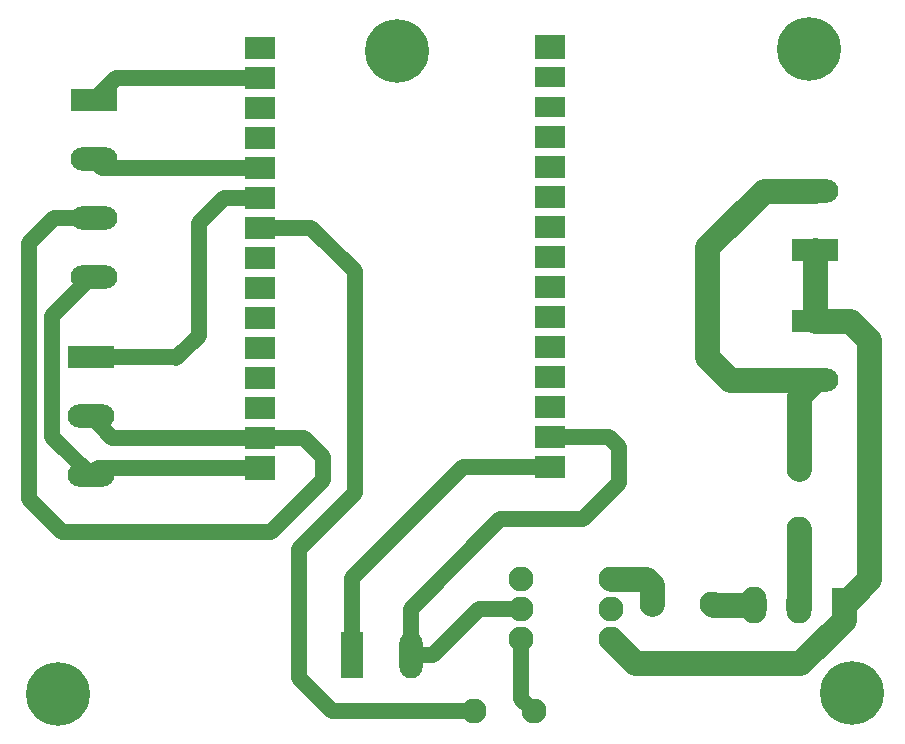
<source format=gbr>
%TF.GenerationSoftware,KiCad,Pcbnew,7.0.6*%
%TF.CreationDate,2023-08-24T15:26:21-05:00*%
%TF.ProjectId,basic_decoration_pcb,62617369-635f-4646-9563-6f726174696f,rev?*%
%TF.SameCoordinates,Original*%
%TF.FileFunction,Copper,L1,Top*%
%TF.FilePolarity,Positive*%
%FSLAX46Y46*%
G04 Gerber Fmt 4.6, Leading zero omitted, Abs format (unit mm)*
G04 Created by KiCad (PCBNEW 7.0.6) date 2023-08-24 15:26:21*
%MOMM*%
%LPD*%
G01*
G04 APERTURE LIST*
%TA.AperFunction,ComponentPad*%
%ADD10R,2.125000X3.000000*%
%TD*%
%TA.AperFunction,ComponentPad*%
%ADD11O,2.125000X3.125000*%
%TD*%
%TA.AperFunction,ComponentPad*%
%ADD12C,2.125000*%
%TD*%
%TA.AperFunction,ComponentPad*%
%ADD13O,3.960000X1.980000*%
%TD*%
%TA.AperFunction,ComponentPad*%
%ADD14R,3.960000X1.980000*%
%TD*%
%TA.AperFunction,ComponentPad*%
%ADD15O,2.125000X2.125000*%
%TD*%
%TA.AperFunction,ComponentPad*%
%ADD16R,1.980000X3.960000*%
%TD*%
%TA.AperFunction,ComponentPad*%
%ADD17O,1.980000X3.960000*%
%TD*%
%TA.AperFunction,ComponentPad*%
%ADD18C,5.400000*%
%TD*%
%TA.AperFunction,ComponentPad*%
%ADD19R,2.540000X1.950000*%
%TD*%
%TA.AperFunction,ComponentPad*%
%ADD20R,2.540000X1.740000*%
%TD*%
%TA.AperFunction,ComponentPad*%
%ADD21R,2.540000X2.100000*%
%TD*%
%TA.AperFunction,ComponentPad*%
%ADD22R,2.540000X2.000000*%
%TD*%
%TA.AperFunction,Conductor*%
%ADD23C,2.125000*%
%TD*%
%TA.AperFunction,Conductor*%
%ADD24C,1.333000*%
%TD*%
G04 APERTURE END LIST*
D10*
%TO.P,Q1,1,A1*%
%TO.N,AC1_IN*%
X221727000Y-100118250D03*
D11*
%TO.P,Q1,2,A2*%
%TO.N,Net-(Q1-A2)*%
X217917000Y-100118250D03*
%TO.P,Q1,3,G*%
%TO.N,Net-(Q1-G)*%
X214107000Y-100118250D03*
%TD*%
D12*
%TO.P,U1,1*%
%TO.N,Net-(R1-Pad2)*%
X194437000Y-102997000D03*
%TO.P,U1,2*%
%TO.N,GND5V*%
X194437000Y-100457000D03*
%TO.P,U1,3,NC*%
%TO.N,unconnected-(U1-NC-Pad3)*%
X194437000Y-97917000D03*
%TO.P,U1,4*%
%TO.N,Net-(R2-Pad1)*%
X202057000Y-97917000D03*
%TO.P,U1,5,NC*%
%TO.N,unconnected-(U1-NC-Pad5)*%
X202057000Y-100457000D03*
%TO.P,U1,6*%
%TO.N,AC1_IN*%
X202057000Y-102997000D03*
%TD*%
D13*
%TO.P,Screen1,4,Pin_4*%
%TO.N,3V3*%
X158227000Y-72390000D03*
%TO.P,Screen1,3,Pin_3*%
%TO.N,GND2*%
X158227000Y-67390000D03*
%TO.P,Screen1,2,Pin_2*%
%TO.N,D21*%
X158227000Y-62390000D03*
D14*
%TO.P,Screen1,1,Pin_1*%
%TO.N,D22*%
X158227000Y-57390000D03*
%TD*%
D12*
%TO.P,R3,1*%
%TO.N,Net-(Q1-A2)*%
X217932000Y-93726000D03*
D15*
%TO.P,R3,2*%
%TO.N,AC2_IN*%
X217932000Y-88646000D03*
%TD*%
D12*
%TO.P,R2,1*%
%TO.N,Net-(R2-Pad1)*%
X205492250Y-100076000D03*
D15*
%TO.P,R2,2*%
%TO.N,Net-(Q1-G)*%
X210572250Y-100076000D03*
%TD*%
D12*
%TO.P,R1,1*%
%TO.N,D18*%
X190379250Y-109093000D03*
D15*
%TO.P,R1,2*%
%TO.N,Net-(R1-Pad2)*%
X195459250Y-109093000D03*
%TD*%
D13*
%TO.P,J_AC_OUT1,2,Pin_2*%
%TO.N,AC2_IN*%
X219314000Y-65056000D03*
D14*
%TO.P,J_AC_OUT1,1,Pin_1*%
%TO.N,AC1_IN*%
X219314000Y-70056000D03*
%TD*%
D13*
%TO.P,J_AC_INPUT1,2,Pin_2*%
%TO.N,AC2_IN*%
X219314000Y-81073000D03*
D14*
%TO.P,J_AC_INPUT1,1,Pin_1*%
%TO.N,AC1_IN*%
X219314000Y-76073000D03*
%TD*%
%TO.P,J3,1,Pin_1*%
%TO.N,D19*%
X157973000Y-79154000D03*
D13*
%TO.P,J3,2,Pin_2*%
%TO.N,GND2*%
X157973000Y-84154000D03*
%TO.P,J3,3,Pin_3*%
%TO.N,3V3*%
X157973000Y-89154000D03*
%TD*%
D16*
%TO.P,5V1,1,Pin_1*%
%TO.N,5v*%
X180071000Y-104394000D03*
D17*
%TO.P,5V1,2,Pin_2*%
%TO.N,GND5V*%
X185071000Y-104394000D03*
%TD*%
D18*
%TO.P,H1,1*%
%TO.N,N/C*%
X218785560Y-53086000D03*
%TD*%
%TO.P,H3,1*%
%TO.N,N/C*%
X155194000Y-107696000D03*
%TD*%
D19*
%TO.P,J_esp0,15,Pin_15*%
%TO.N,5v*%
X196861960Y-88425800D03*
%TO.P,J_esp0,14,Pin_14*%
%TO.N,GND5V*%
X196861960Y-85885800D03*
%TO.P,J_esp0,13,Pin_13*%
%TO.N,D13*%
X196861960Y-83345800D03*
%TO.P,J_esp0,12,Pin_12*%
%TO.N,D12*%
X196861960Y-80805800D03*
%TO.P,J_esp0,11,Pin_11*%
%TO.N,D14*%
X196861960Y-78265800D03*
%TO.P,J_esp0,10,Pin_10*%
%TO.N,D27*%
X196861960Y-75725800D03*
%TO.P,J_esp0,9,Pin_9*%
%TO.N,D26*%
X196861960Y-73185800D03*
%TO.P,J_esp0,8,Pin_8*%
%TO.N,D25*%
X196861960Y-70645800D03*
%TO.P,J_esp0,7,Pin_7*%
%TO.N,D33*%
X196861960Y-68105800D03*
%TO.P,J_esp0,6,Pin_6*%
%TO.N,D32*%
X196861960Y-65565800D03*
%TO.P,J_esp0,5,Pin_5*%
%TO.N,D35*%
X196861960Y-63025800D03*
%TO.P,J_esp0,4,Pin_4*%
%TO.N,D34*%
X196861960Y-60485800D03*
D20*
%TO.P,J_esp0,3,Pin_3*%
%TO.N,VN*%
X196861960Y-57945800D03*
%TO.P,J_esp0,2,Pin_2*%
%TO.N,VP*%
X196861960Y-55405800D03*
D21*
%TO.P,J_esp0,1,Pin_1*%
%TO.N,EN*%
X196861960Y-52865800D03*
%TD*%
D19*
%TO.P,J_esp1,15,Pin_15*%
%TO.N,D23*%
X172321460Y-52944800D03*
%TO.P,J_esp1,14,Pin_14*%
%TO.N,D22*%
X172321460Y-55484800D03*
%TO.P,J_esp1,13,Pin_13*%
%TO.N,TX0*%
X172321460Y-58024800D03*
%TO.P,J_esp1,12,Pin_12*%
%TO.N,RX0*%
X172321460Y-60564800D03*
%TO.P,J_esp1,11,Pin_11*%
%TO.N,D21*%
X172321460Y-63104800D03*
%TO.P,J_esp1,10,Pin_10*%
%TO.N,D19*%
X172321460Y-65644800D03*
%TO.P,J_esp1,9,Pin_9*%
%TO.N,D18*%
X172321460Y-68184800D03*
%TO.P,J_esp1,8,Pin_8*%
%TO.N,D5*%
X172321460Y-70724800D03*
%TO.P,J_esp1,7,Pin_7*%
%TO.N,TX2*%
X172321460Y-73264800D03*
%TO.P,J_esp1,6,Pin_6*%
%TO.N,RX2*%
X172321460Y-75804800D03*
%TO.P,J_esp1,5,Pin_5*%
%TO.N,D4*%
X172321460Y-78344800D03*
%TO.P,J_esp1,4,Pin_4*%
%TO.N,D2*%
X172321460Y-80884800D03*
%TO.P,J_esp1,3,Pin_3*%
%TO.N,D15*%
X172321460Y-83424800D03*
%TO.P,J_esp1,2,Pin_2*%
%TO.N,GND2*%
X172321460Y-85964800D03*
D22*
%TO.P,J_esp1,1,Pin_1*%
%TO.N,3V3*%
X172321460Y-88504800D03*
%TD*%
D18*
%TO.P,H2,1*%
%TO.N,N/C*%
X222417760Y-107569000D03*
%TD*%
%TO.P,H4,1*%
%TO.N,N/C*%
X183896000Y-53213000D03*
%TD*%
D23*
%TO.N,AC1_IN*%
X222250000Y-76073000D02*
X223901000Y-77724000D01*
X223901000Y-97944250D02*
X221727000Y-100118250D01*
X219314000Y-76073000D02*
X222250000Y-76073000D01*
X223901000Y-77724000D02*
X223901000Y-97944250D01*
%TO.N,AC2_IN*%
X219314000Y-65056000D02*
X214979000Y-65056000D01*
X210185000Y-69850000D02*
X210185000Y-79121000D01*
X214979000Y-65056000D02*
X210185000Y-69850000D01*
X210185000Y-79121000D02*
X212137000Y-81073000D01*
X212137000Y-81073000D02*
X219314000Y-81073000D01*
%TO.N,AC1_IN*%
X219314000Y-76073000D02*
X219314000Y-70056000D01*
X202057000Y-102997000D02*
X204089000Y-105029000D01*
X204089000Y-105029000D02*
X218059000Y-105029000D01*
X218059000Y-105029000D02*
X221727000Y-101361000D01*
X221727000Y-101361000D02*
X221727000Y-100118250D01*
%TO.N,Net-(R2-Pad1)*%
X205492250Y-100076000D02*
X205492250Y-98431250D01*
X205492250Y-98431250D02*
X204978000Y-97917000D01*
X204978000Y-97917000D02*
X202057000Y-97917000D01*
%TO.N,Net-(Q1-G)*%
X214107000Y-100118250D02*
X210614500Y-100118250D01*
X210614500Y-100118250D02*
X210572250Y-100076000D01*
%TO.N,Net-(Q1-A2)*%
X217932000Y-93726000D02*
X217932000Y-100103250D01*
X217932000Y-100103250D02*
X217917000Y-100118250D01*
%TO.N,AC2_IN*%
X217932000Y-88646000D02*
X217932000Y-82455000D01*
X217932000Y-82455000D02*
X219314000Y-81073000D01*
D24*
%TO.N,Net-(R2-Pad1)*%
X202184000Y-98044000D02*
X202057000Y-97917000D01*
%TO.N,D22*%
X158227000Y-57390000D02*
X160132200Y-55484800D01*
X160132200Y-55484800D02*
X172321460Y-55484800D01*
%TO.N,GND2*%
X172321460Y-85964800D02*
X176007800Y-85964800D01*
X155575000Y-93980000D02*
X152781000Y-91186000D01*
X176007800Y-85964800D02*
X177673000Y-87630000D01*
X177673000Y-87630000D02*
X177673000Y-89535000D01*
X177673000Y-89535000D02*
X173228000Y-93980000D01*
X152781000Y-91186000D02*
X152781000Y-69469000D01*
X154860000Y-67390000D02*
X158227000Y-67390000D01*
X173228000Y-93980000D02*
X155575000Y-93980000D01*
X152781000Y-69469000D02*
X154860000Y-67390000D01*
%TO.N,D21*%
X172321460Y-63104800D02*
X158941800Y-63104800D01*
X158941800Y-63104800D02*
X158227000Y-62390000D01*
%TO.N,D18*%
X190379250Y-109093000D02*
X178435000Y-109093000D01*
X178435000Y-109093000D02*
X175641000Y-106299000D01*
X175641000Y-106299000D02*
X175641000Y-95377000D01*
X175641000Y-95377000D02*
X180340000Y-90678000D01*
X180340000Y-71882000D02*
X176642800Y-68184800D01*
X180340000Y-90678000D02*
X180340000Y-71882000D01*
%TO.N,3V3*%
X157988000Y-72390000D02*
X154686000Y-75692000D01*
X158227000Y-72390000D02*
X157988000Y-72390000D01*
X154686000Y-75692000D02*
X154686000Y-85867000D01*
X154686000Y-85867000D02*
X157973000Y-89154000D01*
%TO.N,D19*%
X172321460Y-65644800D02*
X170883460Y-65644800D01*
X165227000Y-79248000D02*
X165133000Y-79154000D01*
X170883460Y-65644800D02*
X170869260Y-65659000D01*
X170869260Y-65659000D02*
X169291000Y-65659000D01*
X169291000Y-65659000D02*
X167132000Y-67818000D01*
X167132000Y-67818000D02*
X167132000Y-77343000D01*
X165133000Y-79154000D02*
X157973000Y-79154000D01*
X167132000Y-77343000D02*
X165227000Y-79248000D01*
%TO.N,3V3*%
X172321460Y-88504800D02*
X158622200Y-88504800D01*
X158622200Y-88504800D02*
X157973000Y-89154000D01*
%TO.N,GND2*%
X172321460Y-85964800D02*
X159783800Y-85964800D01*
X159783800Y-85964800D02*
X157973000Y-84154000D01*
%TO.N,Net-(R1-Pad2)*%
X194437000Y-102997000D02*
X194437000Y-108070750D01*
X194437000Y-108070750D02*
X195459250Y-109093000D01*
%TO.N,GND5V*%
X185071000Y-104394000D02*
X185071000Y-100425000D01*
X202692000Y-86741000D02*
X201836800Y-85885800D01*
X185071000Y-100425000D02*
X192659000Y-92837000D01*
X192659000Y-92837000D02*
X199644000Y-92837000D01*
X199644000Y-92837000D02*
X202692000Y-89789000D01*
X202692000Y-89789000D02*
X202692000Y-86741000D01*
X201836800Y-85885800D02*
X196861960Y-85885800D01*
%TO.N,5v*%
X180071000Y-104394000D02*
X180071000Y-97805000D01*
X180071000Y-97805000D02*
X189450200Y-88425800D01*
X189450200Y-88425800D02*
X196861960Y-88425800D01*
%TO.N,GND5V*%
X185071000Y-104394000D02*
X186944000Y-104394000D01*
X186944000Y-104394000D02*
X190881000Y-100457000D01*
X190881000Y-100457000D02*
X194437000Y-100457000D01*
%TO.N,D18*%
X176657000Y-68199000D02*
X176642800Y-68184800D01*
X176642800Y-68184800D02*
X172321460Y-68184800D01*
%TD*%
M02*

</source>
